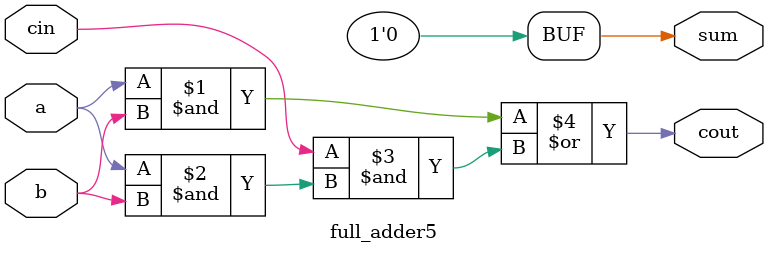
<source format=v>
module full_adder5(a,b,cin,sum,cout);
input a,b,cin;
output sum,cout;
assign sum = 1'b0;
assign cout = a&b|cin&(a&b); 
// initial begin
//     $display("The incorrect adder with xor1 having out/0");
// end   
endmodule
</source>
